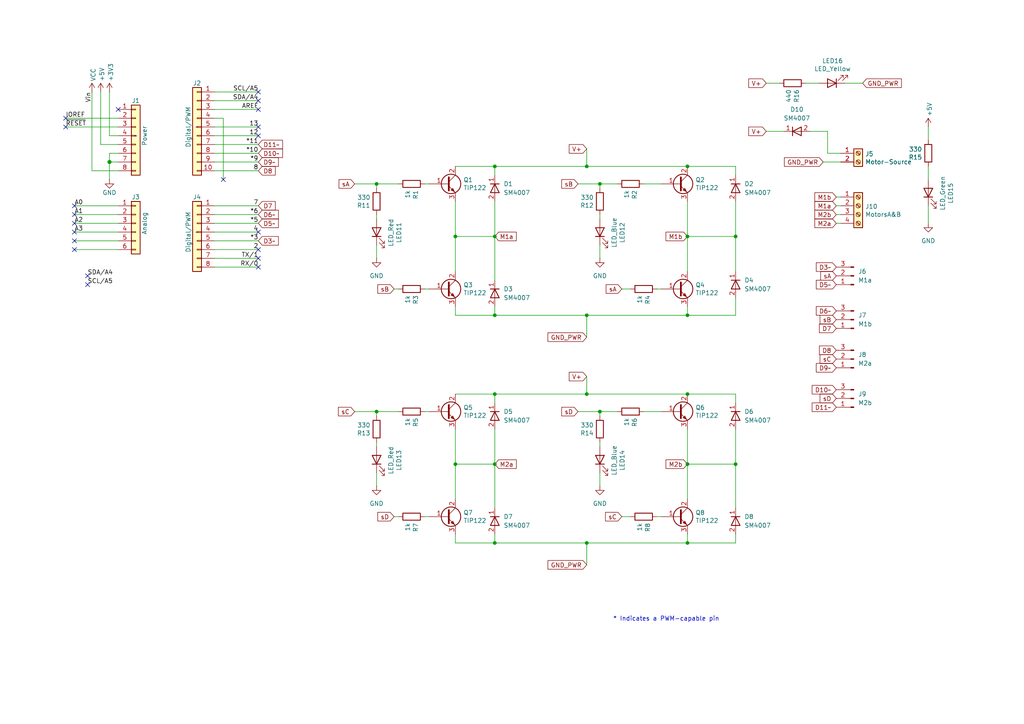
<source format=kicad_sch>
(kicad_sch (version 20250114) (generator "eeschema") (generator_version "9.0")
  (paper "A4")
  (title_block (title "Puente H AlbertoTR") (date "2025-03-14") (rev "3.0"))
  (lib_symbols
    (symbol "Connector:Conn_01x03_Pin" (pin_names (offset 1.016) (hide yes))
      (property "Reference" "J" (at 0 5.08 0))
      (property "Value" "Conn_01x03_Pin" (at 0 -5.08 0))
      (symbol "Conn_01x03_Pin_1_1"
        (pin passive line (at 5.08 2.54 180) (length 3.81) (name "Pin_1") (number "1"))
        (pin passive line (at 5.08 0 180) (length 3.81) (name "Pin_2") (number "2"))
        (pin passive line (at 5.08 -2.54 180) (length 3.81) (name "Pin_3") (number "3"))
      )
    )
    (symbol "Connector:Screw_Terminal_01x02" (pin_names (offset 1.016) (hide yes))
      (property "Reference" "J" (at 0 2.54 0))
      (property "Value" "Screw_Terminal_01x02" (at 0 -5.08 0))
      (symbol "Screw_Terminal_01x02_1_1"
        (pin passive line (at -5.08 0 0) (length 3.81) (name "Pin_1") (number "1"))
        (pin passive line (at -5.08 -2.54 0) (length 3.81) (name "Pin_2") (number "2"))
      )
    )
    (symbol "Connector:Screw_Terminal_01x04" (pin_names (offset 1.016) (hide yes))
      (property "Reference" "J" (at 0 5.08 0))
      (property "Value" "Screw_Terminal_01x04" (at 0 -7.62 0))
      (symbol "Screw_Terminal_01x04_1_1"
        (pin passive line (at -5.08 2.54 0) (length 3.81) (name "Pin_1") (number "1"))
        (pin passive line (at -5.08 0 0) (length 3.81) (name "Pin_2") (number "2"))
        (pin passive line (at -5.08 -2.54 0) (length 3.81) (name "Pin_3") (number "3"))
        (pin passive line (at -5.08 -5.08 0) (length 3.81) (name "Pin_4") (number "4"))
      )
    )
    (symbol "Connector_Generic:Conn_01x06" (pin_names (offset 1.016) (hide yes))
      (property "Reference" "J" (at 0 7.62 0))
      (property "Value" "Conn_01x06" (at 0 -10.16 0))
      (symbol "Conn_01x06_1_1"
        (pin passive line (at -5.08 5.08 0) (length 3.81) (name "Pin_1") (number "1"))
        (pin passive line (at -5.08 2.54 0) (length 3.81) (name "Pin_2") (number "2"))
        (pin passive line (at -5.08 0 0) (length 3.81) (name "Pin_3") (number "3"))
        (pin passive line (at -5.08 -2.54 0) (length 3.81) (name "Pin_4") (number "4"))
        (pin passive line (at -5.08 -5.08 0) (length 3.81) (name "Pin_5") (number "5"))
        (pin passive line (at -5.08 -7.62 0) (length 3.81) (name "Pin_6") (number "6"))
      )
    )
    (symbol "Connector_Generic:Conn_01x08" (pin_names (offset 1.016) (hide yes))
      (property "Reference" "J" (at 0 10.16 0))
      (property "Value" "Conn_01x08" (at 0 -12.7 0))
      (symbol "Conn_01x08_1_1"
        (pin passive line (at -5.08 7.62 0) (length 3.81) (name "Pin_1") (number "1"))
        (pin passive line (at -5.08 5.08 0) (length 3.81) (name "Pin_2") (number "2"))
        (pin passive line (at -5.08 2.54 0) (length 3.81) (name "Pin_3") (number "3"))
        (pin passive line (at -5.08 0 0) (length 3.81) (name "Pin_4") (number "4"))
        (pin passive line (at -5.08 -2.54 0) (length 3.81) (name "Pin_5") (number "5"))
        (pin passive line (at -5.08 -5.08 0) (length 3.81) (name "Pin_6") (number "6"))
        (pin passive line (at -5.08 -7.62 0) (length 3.81) (name "Pin_7") (number "7"))
        (pin passive line (at -5.08 -10.16 0) (length 3.81) (name "Pin_8") (number "8"))
      )
    )
    (symbol "Connector_Generic:Conn_01x10" (pin_names (offset 1.016) (hide yes))
      (property "Reference" "J" (at 0 12.7 0))
      (property "Value" "Conn_01x10" (at 0 -15.24 0))
      (symbol "Conn_01x10_1_1"
        (pin passive line (at -5.08 10.16 0) (length 3.81) (name "Pin_1") (number "1"))
        (pin passive line (at -5.08 7.62 0) (length 3.81) (name "Pin_2") (number "2"))
        (pin passive line (at -5.08 5.08 0) (length 3.81) (name "Pin_3") (number "3"))
        (pin passive line (at -5.08 2.54 0) (length 3.81) (name "Pin_4") (number "4"))
        (pin passive line (at -5.08 0 0) (length 3.81) (name "Pin_5") (number "5"))
        (pin passive line (at -5.08 -2.54 0) (length 3.81) (name "Pin_6") (number "6"))
        (pin passive line (at -5.08 -5.08 0) (length 3.81) (name "Pin_7") (number "7"))
        (pin passive line (at -5.08 -7.62 0) (length 3.81) (name "Pin_8") (number "8"))
        (pin passive line (at -5.08 -10.16 0) (length 3.81) (name "Pin_9") (number "9"))
        (pin passive line (at -5.08 -12.7 0) (length 3.81) (name "Pin_10") (number "10"))
      )
    )
    (symbol "Device:LED" (pin_numbers (hide yes)) (pin_names (offset 1.016) (hide yes))
      (property "Reference" "D" (at 0 2.54 0))
      (property "Value" "LED" (at 0 -2.54 0))
      (symbol "LED_1_1"
        (pin passive line (at -3.81 0 0) (length 2.54) (name "K") (number "1"))
        (pin passive line (at 3.81 0 180) (length 2.54) (name "A") (number "2"))
      )
    )
    (symbol "Device:R" (pin_numbers (hide yes)) (pin_names (offset 0))
      (property "Reference" "R" (at 2.032 0 90))
      (property "Value" "R" (at 0 0 90))
      (symbol "R_1_1"
        (pin passive line (at 0 3.81 270) (length 1.27) (name "~") (number "1"))
        (pin passive line (at 0 -3.81 90) (length 1.27) (name "~") (number "2"))
      )
    )
    (symbol "Diode:SM4007" (pin_names (hide yes))
      (property "Reference" "D" (at 0 2.54 0))
      (property "Value" "SM4007" (at 0 -2.54 0))
      (symbol "SM4007_1_1"
        (pin passive line (at -3.81 0 0) (length 2.54) (name "K") (number "1"))
        (pin passive line (at 3.81 0 180) (length 2.54) (name "A") (number "2"))
      )
    )
    (symbol "GND_1" (power) (pin_numbers (hide yes)) (pin_names (offset 0) (hide yes))
      (property "Value" "GND" (at 0 -3.81 0))
      (symbol "GND_1_1_1"
        (pin power_in line (at 0 0 270) (length 0) (name "~") (number "1"))
      )
    )
    (symbol "GND_2" (power) (pin_numbers (hide yes)) (pin_names (offset 0) (hide yes))
      (property "Value" "GND" (at 0 -3.81 0))
      (symbol "GND_2_1_1"
        (pin power_in line (at 0 0 270) (length 0) (name "~") (number "1"))
      )
    )
    (symbol "LED_1" (pin_numbers (hide yes)) (pin_names (offset 1.016) (hide yes))
      (property "Reference" "D" (at 0 2.54 0))
      (property "Value" "LED" (at 0 -2.54 0))
      (symbol "LED_1_1_1"
        (pin passive line (at -3.81 0 0) (length 2.54) (name "K") (number "1"))
        (pin passive line (at 3.81 0 180) (length 2.54) (name "A") (number "2"))
      )
    )
    (symbol "LED_2" (pin_numbers (hide yes)) (pin_names (offset 1.016) (hide yes))
      (property "Reference" "D" (at 0 2.54 0))
      (property "Value" "LED" (at 0 -2.54 0))
      (symbol "LED_2_1_1"
        (pin passive line (at -3.81 0 0) (length 2.54) (name "K") (number "1"))
        (pin passive line (at 3.81 0 180) (length 2.54) (name "A") (number "2"))
      )
    )
    (symbol "LED_3" (pin_numbers (hide yes)) (pin_names (offset 1.016) (hide yes))
      (property "Reference" "D" (at 0 2.54 0))
      (property "Value" "LED" (at 0 -2.54 0))
      (symbol "LED_3_1_1"
        (pin passive line (at -3.81 0 0) (length 2.54) (name "K") (number "1"))
        (pin passive line (at 3.81 0 180) (length 2.54) (name "A") (number "2"))
      )
    )
    (symbol "LED_4" (pin_numbers (hide yes)) (pin_names (offset 1.016) (hide yes))
      (property "Reference" "D" (at 0 2.54 0))
      (property "Value" "LED" (at 0 -2.54 0))
      (symbol "LED_4_1_1"
        (pin passive line (at -3.81 0 0) (length 2.54) (name "K") (number "1"))
        (pin passive line (at 3.81 0 180) (length 2.54) (name "A") (number "2"))
      )
    )
    (symbol "LED_5" (pin_numbers (hide yes)) (pin_names (offset 1.016) (hide yes))
      (property "Reference" "D" (at 0 2.54 0))
      (property "Value" "LED" (at 0 -2.54 0))
      (symbol "LED_5_1_1"
        (pin passive line (at -3.81 0 0) (length 2.54) (name "K") (number "1"))
        (pin passive line (at 3.81 0 180) (length 2.54) (name "A") (number "2"))
      )
    )
    (symbol "TIP41C_1" (pin_names (offset 0) (hide yes))
      (property "Reference" "Q" (at 6.35 1.905 0))
      (property "Value" "TIP41C" (at 6.35 0 0))
      (symbol "TIP41C_1_1_1"
        (pin input line (at -5.08 0 0) (length 5.715) (name "B") (number "1"))
        (pin passive line (at 2.54 5.08 270) (length 2.54) (name "C") (number "2"))
        (pin passive line (at 2.54 -5.08 90) (length 2.54) (name "E") (number "3"))
      )
    )
    (symbol "TIP41C_2" (pin_names (offset 0) (hide yes))
      (property "Reference" "Q" (at 6.35 1.905 0))
      (property "Value" "TIP41C" (at 6.35 0 0))
      (symbol "TIP41C_2_1_1"
        (pin input line (at -5.08 0 0) (length 5.715) (name "B") (number "1"))
        (pin passive line (at 2.54 5.08 270) (length 2.54) (name "C") (number "2"))
        (pin passive line (at 2.54 -5.08 90) (length 2.54) (name "E") (number "3"))
      )
    )
    (symbol "TIP41C_3" (pin_names (offset 0) (hide yes))
      (property "Reference" "Q" (at 6.35 1.905 0))
      (property "Value" "TIP41C" (at 6.35 0 0))
      (symbol "TIP41C_3_1_1"
        (pin input line (at -5.08 0 0) (length 5.715) (name "B") (number "1"))
        (pin passive line (at 2.54 5.08 270) (length 2.54) (name "C") (number "2"))
        (pin passive line (at 2.54 -5.08 90) (length 2.54) (name "E") (number "3"))
      )
    )
    (symbol "TIP41C_4" (pin_names (offset 0) (hide yes))
      (property "Reference" "Q" (at 6.35 1.905 0))
      (property "Value" "TIP41C" (at 6.35 0 0))
      (symbol "TIP41C_4_1_1"
        (pin input line (at -5.08 0 0) (length 5.715) (name "B") (number "1"))
        (pin passive line (at 2.54 5.08 270) (length 2.54) (name "C") (number "2"))
        (pin passive line (at 2.54 -5.08 90) (length 2.54) (name "E") (number "3"))
      )
    )
    (symbol "TIP41C_5" (pin_names (offset 0) (hide yes))
      (property "Reference" "Q" (at 6.35 1.905 0))
      (property "Value" "TIP41C" (at 6.35 0 0))
      (symbol "TIP41C_5_1_1"
        (pin input line (at -5.08 0 0) (length 5.715) (name "B") (number "1"))
        (pin passive line (at 2.54 5.08 270) (length 2.54) (name "C") (number "2"))
        (pin passive line (at 2.54 -5.08 90) (length 2.54) (name "E") (number "3"))
      )
    )
    (symbol "TIP41C_6" (pin_names (offset 0) (hide yes))
      (property "Reference" "Q" (at 6.35 1.905 0))
      (property "Value" "TIP41C" (at 6.35 0 0))
      (symbol "TIP41C_6_1_1"
        (pin input line (at -5.08 0 0) (length 5.715) (name "B") (number "1"))
        (pin passive line (at 2.54 5.08 270) (length 2.54) (name "C") (number "2"))
        (pin passive line (at 2.54 -5.08 90) (length 2.54) (name "E") (number "3"))
      )
    )
    (symbol "TIP41C_7" (pin_names (offset 0) (hide yes))
      (property "Reference" "Q" (at 6.35 1.905 0))
      (property "Value" "TIP41C" (at 6.35 0 0))
      (symbol "TIP41C_7_1_1"
        (pin input line (at -5.08 0 0) (length 5.715) (name "B") (number "1"))
        (pin passive line (at 2.54 5.08 270) (length 2.54) (name "C") (number "2"))
        (pin passive line (at 2.54 -5.08 90) (length 2.54) (name "E") (number "3"))
      )
    )
    (symbol "Transistor_BJT:TIP41C" (pin_names (offset 0) (hide yes))
      (property "Reference" "Q" (at 6.35 1.905 0))
      (property "Value" "TIP41C" (at 6.35 0 0))
      (symbol "TIP41C_1_1"
        (pin input line (at -5.08 0 0) (length 5.715) (name "B") (number "1"))
        (pin passive line (at 2.54 5.08 270) (length 2.54) (name "C") (number "2"))
        (pin passive line (at 2.54 -5.08 90) (length 2.54) (name "E") (number "3"))
      )
    )
    (symbol "power:+3V3" (power) (pin_numbers (hide yes)) (pin_names (offset 0) (hide yes))
      (property "Value" "+3V3" (at 0 3.556 0))
      (symbol "+3V3_1_1"
        (pin power_in line (at 0 0 90) (length 0) (name "~") (number "1"))
      )
    )
    (symbol "power:+5V" (power) (pin_numbers (hide yes)) (pin_names (offset 0) (hide yes))
      (property "Value" "+5V" (at 0 3.556 0))
      (symbol "+5V_1_1"
        (pin power_in line (at 0 0 90) (length 0) (name "~") (number "1"))
      )
    )
    (symbol "power:GND" (power) (pin_numbers (hide yes)) (pin_names (offset 0) (hide yes))
      (property "Value" "GND" (at 0 -3.81 0))
      (symbol "GND_1_1"
        (pin power_in line (at 0 0 270) (length 0) (name "~") (number "1"))
      )
    )
    (symbol "power:VCC" (power) (pin_numbers (hide yes)) (pin_names (offset 0) (hide yes))
      (property "Value" "VCC" (at 0 3.556 0))
      (symbol "VCC_1_1"
        (pin power_in line (at 0 0 90) (length 0) (name "~") (number "1"))
      )
    )
  )
  (text "* Indicates a PWM-capable pin" (at 177.8 180.34 0) (effects (font (size 1.27 1.27)) (justify left bottom)))
  (junction (at 199.39 91.44))
  (junction (at 170.18 114.3))
  (junction (at 143.51 134.62))
  (junction (at 109.22 119.38))
  (junction (at 109.22 53.34))
  (junction (at 170.18 157.48))
  (junction (at 199.39 48.26))
  (junction (at 173.99 53.34))
  (junction (at 143.51 68.58))
  (junction (at 31.75 46.99) (diameter 1.016))
  (junction (at 143.51 91.44))
  (junction (at 132.08 68.58))
  (junction (at 213.36 68.58))
  (junction (at 213.36 134.62))
  (junction (at 199.39 68.58))
  (junction (at 143.51 114.3))
  (junction (at 170.18 91.44))
  (junction (at 170.18 48.26))
  (junction (at 199.39 114.3))
  (junction (at 199.39 157.48))
  (junction (at 143.51 157.48))
  (junction (at 173.99 119.38))
  (junction (at 132.08 134.62))
  (junction (at 143.51 48.26))
  (junction (at 199.39 134.62))
  (no_connect (at 74.93 26.67))
  (no_connect (at 74.93 72.39))
  (no_connect (at 74.93 39.37))
  (no_connect (at 25.4 82.55))
  (no_connect (at 74.93 67.31))
  (no_connect (at 21.59 72.39))
  (no_connect (at 74.93 31.75))
  (no_connect (at 21.59 62.23))
  (no_connect (at 74.93 77.47))
  (no_connect (at 74.93 74.93))
  (no_connect (at 64.77 52.07))
  (no_connect (at 25.4 80.01))
  (no_connect (at 21.59 67.31))
  (no_connect (at 21.59 64.77))
  (no_connect (at 74.93 29.21))
  (no_connect (at 21.59 59.69))
  (no_connect (at 21.59 69.85))
  (no_connect (at 34.29 31.75))
  (no_connect (at 19.05 34.29))
  (no_connect (at 74.93 36.83))
  (no_connect (at 19.05 36.83))
  (wire (pts (xy 62.23 77.47) (xy 74.93 77.47)))
  (wire (pts (xy 190.5 83.82) (xy 191.77 83.82)))
  (wire (pts (xy 199.39 154.94) (xy 199.39 157.48)))
  (wire (pts (xy 173.99 63.5) (xy 173.99 62.23)))
  (wire (pts (xy 132.08 68.58) (xy 132.08 78.74)))
  (wire (pts (xy 62.23 44.45) (xy 74.93 44.45)))
  (wire (pts (xy 191.77 119.38) (xy 186.69 119.38)))
  (wire (pts (xy 269.24 59.69) (xy 269.24 64.77)))
  (wire (pts (xy 132.08 58.42) (xy 132.08 68.58)))
  (wire (pts (xy 62.23 26.67) (xy 74.93 26.67)))
  (wire (pts (xy 132.08 124.46) (xy 132.08 134.62)))
  (wire (pts (xy 31.75 44.45) (xy 31.75 46.99)))
  (wire (pts (xy 173.99 54.61) (xy 173.99 53.34)))
  (wire (pts (xy 213.36 68.58) (xy 213.36 58.42)))
  (wire (pts (xy 245.11 24.13) (xy 250.19 24.13)))
  (wire (pts (xy 21.59 72.39) (xy 34.29 72.39)))
  (wire (pts (xy 222.25 24.13) (xy 226.06 24.13)))
  (wire (pts (xy 269.24 48.26) (xy 269.24 52.07)))
  (wire (pts (xy 190.5 149.86) (xy 191.77 149.86)))
  (wire (pts (xy 199.39 48.26) (xy 213.36 48.26)))
  (wire (pts (xy 233.68 24.13) (xy 237.49 24.13)))
  (wire (pts (xy 143.51 68.58) (xy 132.08 68.58)))
  (wire (pts (xy 31.75 46.99) (xy 31.75 52.07)))
  (wire (pts (xy 199.39 134.62) (xy 199.39 144.78)))
  (wire (pts (xy 109.22 71.12) (xy 109.22 74.93)))
  (wire (pts (xy 102.87 53.34) (xy 109.22 53.34)))
  (wire (pts (xy 143.51 88.9) (xy 143.51 91.44)))
  (wire (pts (xy 213.36 134.62) (xy 213.36 147.32)))
  (wire (pts (xy 143.51 50.8) (xy 143.51 48.26)))
  (wire (pts (xy 31.75 39.37) (xy 34.29 39.37)))
  (wire (pts (xy 29.21 41.91) (xy 34.29 41.91)))
  (wire (pts (xy 29.21 26.67) (xy 29.21 41.91)))
  (wire (pts (xy 182.88 149.86) (xy 180.34 149.86)))
  (wire (pts (xy 173.99 120.65) (xy 173.99 119.38)))
  (wire (pts (xy 109.22 54.61) (xy 109.22 53.34)))
  (wire (pts (xy 62.23 36.83) (xy 74.93 36.83)))
  (wire (pts (xy 132.08 88.9) (xy 132.08 91.44)))
  (wire (pts (xy 31.75 26.67) (xy 31.75 39.37)))
  (wire (pts (xy 62.23 59.69) (xy 74.93 59.69)))
  (wire (pts (xy 34.29 59.69) (xy 21.59 59.69)))
  (wire (pts (xy 62.23 39.37) (xy 74.93 39.37)))
  (wire (pts (xy 62.23 62.23) (xy 74.93 62.23)))
  (wire (pts (xy 199.39 124.46) (xy 199.39 134.62)))
  (wire (pts (xy 243.84 44.45) (xy 240.03 44.45)))
  (wire (pts (xy 199.39 157.48) (xy 213.36 157.48)))
  (wire (pts (xy 173.99 129.54) (xy 173.99 128.27)))
  (wire (pts (xy 132.08 134.62) (xy 132.08 144.78)))
  (wire (pts (xy 143.51 134.62) (xy 132.08 134.62)))
  (wire (pts (xy 123.19 53.34) (xy 124.46 53.34)))
  (wire (pts (xy 170.18 43.18) (xy 170.18 48.26)))
  (wire (pts (xy 143.51 48.26) (xy 170.18 48.26)))
  (wire (pts (xy 132.08 91.44) (xy 143.51 91.44)))
  (wire (pts (xy 269.24 36.83) (xy 269.24 40.64)))
  (wire (pts (xy 191.77 53.34) (xy 186.69 53.34)))
  (wire (pts (xy 242.57 57.15) (xy 243.84 57.15)))
  (wire (pts (xy 170.18 157.48) (xy 170.18 163.83)))
  (wire (pts (xy 62.23 46.99) (xy 74.93 46.99)))
  (wire (pts (xy 213.36 86.36) (xy 213.36 91.44)))
  (wire (pts (xy 199.39 68.58) (xy 199.39 78.74)))
  (wire (pts (xy 182.88 83.82) (xy 180.34 83.82)))
  (wire (pts (xy 213.36 134.62) (xy 213.36 124.46)))
  (wire (pts (xy 62.23 67.31) (xy 74.93 67.31)))
  (wire (pts (xy 170.18 157.48) (xy 199.39 157.48)))
  (wire (pts (xy 143.51 124.46) (xy 143.51 134.62)))
  (wire (pts (xy 132.08 154.94) (xy 132.08 157.48)))
  (wire (pts (xy 173.99 71.12) (xy 173.99 74.93)))
  (wire (pts (xy 132.08 48.26) (xy 143.51 48.26)))
  (wire (pts (xy 170.18 114.3) (xy 199.39 114.3)))
  (wire (pts (xy 19.05 34.29) (xy 34.29 34.29)))
  (wire (pts (xy 243.84 64.77) (xy 242.57 64.77)))
  (wire (pts (xy 173.99 137.16) (xy 173.99 140.97)))
  (wire (pts (xy 109.22 119.38) (xy 115.57 119.38)))
  (wire (pts (xy 143.51 116.84) (xy 143.51 114.3)))
  (wire (pts (xy 240.03 44.45) (xy 240.03 38.1)))
  (wire (pts (xy 243.84 62.23) (xy 242.57 62.23)))
  (wire (pts (xy 238.76 46.99) (xy 243.84 46.99)))
  (wire (pts (xy 109.22 129.54) (xy 109.22 128.27)))
  (wire (pts (xy 64.77 34.29) (xy 64.77 52.07)))
  (wire (pts (xy 143.51 114.3) (xy 170.18 114.3)))
  (wire (pts (xy 199.39 88.9) (xy 199.39 91.44)))
  (wire (pts (xy 109.22 63.5) (xy 109.22 62.23)))
  (wire (pts (xy 199.39 114.3) (xy 213.36 114.3)))
  (wire (pts (xy 109.22 137.16) (xy 109.22 140.97)))
  (wire (pts (xy 62.23 31.75) (xy 74.93 31.75)))
  (wire (pts (xy 170.18 91.44) (xy 170.18 97.79)))
  (wire (pts (xy 143.51 68.58) (xy 143.51 81.28)))
  (wire (pts (xy 34.29 64.77) (xy 21.59 64.77)))
  (wire (pts (xy 19.05 36.83) (xy 34.29 36.83)))
  (wire (pts (xy 242.57 59.69) (xy 243.84 59.69)))
  (wire (pts (xy 34.29 46.99) (xy 31.75 46.99)))
  (wire (pts (xy 123.19 119.38) (xy 124.46 119.38)))
  (wire (pts (xy 234.95 38.1) (xy 240.03 38.1)))
  (wire (pts (xy 109.22 53.34) (xy 115.57 53.34)))
  (wire (pts (xy 115.57 83.82) (xy 114.3 83.82)))
  (wire (pts (xy 213.36 116.84) (xy 213.36 114.3)))
  (wire (pts (xy 34.29 49.53) (xy 26.67 49.53)))
  (wire (pts (xy 199.39 58.42) (xy 199.39 68.58)))
  (wire (pts (xy 21.59 62.23) (xy 34.29 62.23)))
  (wire (pts (xy 115.57 149.86) (xy 114.3 149.86)))
  (wire (pts (xy 222.25 38.1) (xy 227.33 38.1)))
  (wire (pts (xy 170.18 48.26) (xy 199.39 48.26)))
  (wire (pts (xy 124.46 149.86) (xy 123.19 149.86)))
  (wire (pts (xy 62.23 34.29) (xy 64.77 34.29)))
  (wire (pts (xy 173.99 119.38) (xy 179.07 119.38)))
  (wire (pts (xy 199.39 91.44) (xy 213.36 91.44)))
  (wire (pts (xy 34.29 44.45) (xy 31.75 44.45)))
  (wire (pts (xy 109.22 120.65) (xy 109.22 119.38)))
  (wire (pts (xy 132.08 157.48) (xy 143.51 157.48)))
  (wire (pts (xy 62.23 41.91) (xy 74.93 41.91)))
  (wire (pts (xy 143.51 91.44) (xy 170.18 91.44)))
  (wire (pts (xy 170.18 91.44) (xy 199.39 91.44)))
  (wire (pts (xy 132.08 114.3) (xy 143.51 114.3)))
  (wire (pts (xy 143.51 157.48) (xy 170.18 157.48)))
  (wire (pts (xy 199.39 134.62) (xy 213.36 134.62)))
  (wire (pts (xy 62.23 64.77) (xy 74.93 64.77)))
  (wire (pts (xy 21.59 67.31) (xy 34.29 67.31)))
  (wire (pts (xy 102.87 119.38) (xy 109.22 119.38)))
  (wire (pts (xy 143.51 58.42) (xy 143.51 68.58)))
  (wire (pts (xy 167.64 119.38) (xy 173.99 119.38)))
  (wire (pts (xy 173.99 53.34) (xy 179.07 53.34)))
  (wire (pts (xy 62.23 29.21) (xy 74.93 29.21)))
  (wire (pts (xy 62.23 72.39) (xy 74.93 72.39)))
  (wire (pts (xy 213.36 50.8) (xy 213.36 48.26)))
  (wire (pts (xy 62.23 69.85) (xy 74.93 69.85)))
  (wire (pts (xy 213.36 154.94) (xy 213.36 157.48)))
  (wire (pts (xy 143.51 154.94) (xy 143.51 157.48)))
  (wire (pts (xy 143.51 134.62) (xy 143.51 147.32)))
  (wire (pts (xy 167.64 53.34) (xy 173.99 53.34)))
  (wire (pts (xy 199.39 68.58) (xy 213.36 68.58)))
  (wire (pts (xy 124.46 83.82) (xy 123.19 83.82)))
  (wire (pts (xy 170.18 109.22) (xy 170.18 114.3)))
  (wire (pts (xy 62.23 74.93) (xy 74.93 74.93)))
  (wire (pts (xy 26.67 49.53) (xy 26.67 26.67)))
  (wire (pts (xy 213.36 78.74) (xy 213.36 68.58)))
  (wire (pts (xy 34.29 69.85) (xy 21.59 69.85)))
  (wire (pts (xy 62.23 49.53) (xy 74.93 49.53)))
  (label "RX{slash}0" (at 74.93 77.47 180))
  (label "A2" (at 21.59 64.77 0))
  (label "4" (at 74.93 67.31 180))
  (label "2" (at 74.93 72.39 180))
  (label "A3" (at 21.59 67.31 0))
  (label "13" (at 74.93 36.83 180))
  (label "12" (at 74.93 39.37 180))
  (label "~{RESET}" (at 19.05 36.83 0))
  (label "*10" (at 74.93 44.45 180))
  (label "7" (at 74.93 59.69 180))
  (label "SDA{slash}A4" (at 74.93 29.21 180))
  (label "8" (at 74.93 49.53 180))
  (label "*11" (at 74.93 41.91 180))
  (label "*3" (at 74.93 69.85 180))
  (label "A1" (at 21.59 62.23 0))
  (label "TX{slash}1" (at 74.93 74.93 180))
  (label "A0" (at 21.59 59.69 0))
  (label "AREF" (at 74.93 31.75 180))
  (label "Vin" (at 26.67 26.67 270))
  (label "*6" (at 74.93 62.23 180))
  (label "SCL{slash}A5" (at 74.93 26.67 180))
  (label "*9" (at 74.93 46.99 180))
  (label "*5" (at 74.93 64.77 180))
  (label "IOREF" (at 19.05 34.29 0))
  (label "SDA{slash}A4" (at 25.4 80.01 0))
  (label "SCL{slash}A5" (at 25.4 82.55 0))
  (global_label "D11~" (shape input) (at 242.57 118.11 180) (property "Intersheetrefs" "${INTERSHEET_REFS}" (effects (hide yes))))
  (global_label "D7" (shape input) (at 74.93 59.69 0) (property "Intersheetrefs" "${INTERSHEET_REFS}" (effects (hide yes))))
  (global_label "sB" (shape input) (at 242.57 92.71 180) (property "Intersheetrefs" "${INTERSHEET_REFS}" (effects (hide yes))))
  (global_label "GND_PWR" (shape input) (at 250.19 24.13 0) (property "Intersheetrefs" "${INTERSHEET_REFS}" (effects (hide yes))))
  (global_label "sA" (shape input) (at 180.34 83.82 180) (property "Intersheetrefs" "${INTERSHEET_REFS}" (effects (hide yes))))
  (global_label "D11~" (shape input) (at 74.93 41.91 0) (property "Intersheetrefs" "${INTERSHEET_REFS}" (effects (hide yes))))
  (global_label "D6~" (shape input) (at 74.93 62.23 0) (property "Intersheetrefs" "${INTERSHEET_REFS}" (effects (hide yes))))
  (global_label "M2b" (shape input) (at 242.57 62.23 180) (property "Intersheetrefs" "${INTERSHEET_REFS}" (effects (hide yes))))
  (global_label "M1b" (shape input) (at 242.57 57.15 180) (property "Intersheetrefs" "${INTERSHEET_REFS}" (effects (hide yes))))
  (global_label "D9~" (shape input) (at 242.57 106.68 180) (property "Intersheetrefs" "${INTERSHEET_REFS}" (effects (hide yes))))
  (global_label "D5~" (shape input) (at 74.93 64.77 0) (property "Intersheetrefs" "${INTERSHEET_REFS}" (effects (hide yes))))
  (global_label "M2a" (shape input) (at 143.51 134.62 0) (property "Intersheetrefs" "${INTERSHEET_REFS}" (effects (hide yes))))
  (global_label "sB" (shape input) (at 114.3 83.82 180) (property "Intersheetrefs" "${INTERSHEET_REFS}" (effects (hide yes))))
  (global_label "sC" (shape input) (at 102.87 119.38 180) (property "Intersheetrefs" "${INTERSHEET_REFS}" (effects (hide yes))))
  (global_label "M2a" (shape input) (at 242.57 64.77 180) (property "Intersheetrefs" "${INTERSHEET_REFS}" (effects (hide yes))))
  (global_label "D8" (shape input) (at 242.57 101.6 180) (property "Intersheetrefs" "${INTERSHEET_REFS}" (effects (hide yes))))
  (global_label "M1a" (shape input) (at 143.51 68.58 0) (property "Intersheetrefs" "${INTERSHEET_REFS}" (effects (hide yes))))
  (global_label "sD" (shape input) (at 167.64 119.38 180) (property "Intersheetrefs" "${INTERSHEET_REFS}" (effects (hide yes))))
  (global_label "D10~" (shape input) (at 242.57 113.03 180) (property "Intersheetrefs" "${INTERSHEET_REFS}" (effects (hide yes))))
  (global_label "D5~" (shape input) (at 242.57 82.55 180) (property "Intersheetrefs" "${INTERSHEET_REFS}" (effects (hide yes))))
  (global_label "V+" (shape input) (at 222.25 38.1 180) (property "Intersheetrefs" "${INTERSHEET_REFS}" (effects (hide yes))))
  (global_label "D3~" (shape input) (at 242.57 77.47 180) (property "Intersheetrefs" "${INTERSHEET_REFS}" (effects (hide yes))))
  (global_label "sD" (shape input) (at 114.3 149.86 180) (property "Intersheetrefs" "${INTERSHEET_REFS}" (effects (hide yes))))
  (global_label "sC" (shape input) (at 242.57 104.14 180) (property "Intersheetrefs" "${INTERSHEET_REFS}" (effects (hide yes))))
  (global_label "sA" (shape input) (at 242.57 80.01 180) (property "Intersheetrefs" "${INTERSHEET_REFS}" (effects (hide yes))))
  (global_label "D6~" (shape input) (at 242.57 90.17 180) (property "Intersheetrefs" "${INTERSHEET_REFS}" (effects (hide yes))))
  (global_label "M1a" (shape input) (at 242.57 59.69 180) (property "Intersheetrefs" "${INTERSHEET_REFS}" (effects (hide yes))))
  (global_label "GND_PWR" (shape input) (at 170.18 97.79 180) (property "Intersheetrefs" "${INTERSHEET_REFS}" (effects (hide yes))))
  (global_label "sB" (shape input) (at 167.64 53.34 180) (property "Intersheetrefs" "${INTERSHEET_REFS}" (effects (hide yes))))
  (global_label "GND_PWR" (shape input) (at 238.76 46.99 180) (property "Intersheetrefs" "${INTERSHEET_REFS}" (effects (hide yes))))
  (global_label "M1b" (shape input) (at 199.39 68.58 180) (property "Intersheetrefs" "${INTERSHEET_REFS}" (effects (hide yes))))
  (global_label "sC" (shape input) (at 180.34 149.86 180) (property "Intersheetrefs" "${INTERSHEET_REFS}" (effects (hide yes))))
  (global_label "M2b" (shape input) (at 199.39 134.62 180) (property "Intersheetrefs" "${INTERSHEET_REFS}" (effects (hide yes))))
  (global_label "D7" (shape input) (at 242.57 95.25 180) (property "Intersheetrefs" "${INTERSHEET_REFS}" (effects (hide yes))))
  (global_label "V+" (shape input) (at 222.25 24.13 180) (property "Intersheetrefs" "${INTERSHEET_REFS}" (effects (hide yes))))
  (global_label "D9~" (shape input) (at 74.93 46.99 0) (property "Intersheetrefs" "${INTERSHEET_REFS}" (effects (hide yes))))
  (global_label "sD" (shape input) (at 242.57 115.57 180) (property "Intersheetrefs" "${INTERSHEET_REFS}" (effects (hide yes))))
  (global_label "V+" (shape input) (at 170.18 43.18 180) (property "Intersheetrefs" "${INTERSHEET_REFS}" (effects (hide yes))))
  (global_label "D10~" (shape input) (at 74.93 44.45 0) (property "Intersheetrefs" "${INTERSHEET_REFS}" (effects (hide yes))))
  (global_label "sA" (shape input) (at 102.87 53.34 180) (property "Intersheetrefs" "${INTERSHEET_REFS}" (effects (hide yes))))
  (global_label "D8" (shape input) (at 74.93 49.53 0) (property "Intersheetrefs" "${INTERSHEET_REFS}" (effects (hide yes))))
  (global_label "GND_PWR" (shape input) (at 170.18 163.83 180) (property "Intersheetrefs" "${INTERSHEET_REFS}" (effects (hide yes))))
  (global_label "D3~" (shape input) (at 74.93 69.85 0) (property "Intersheetrefs" "${INTERSHEET_REFS}" (effects (hide yes))))
  (global_label "V+" (shape input) (at 170.18 109.22 180) (property "Intersheetrefs" "${INTERSHEET_REFS}" (effects (hide yes))))
  (symbol (lib_id "Connector_Generic:Conn_01x08") (at 39.37 39.37 0) (unit 1)
    (property "Reference" "J1" (at 39.37 29.21 0))
    (property "Value" "Power" (at 41.91 39.37 90))
    (property "Footprint" "Connector_PinSocket_2.54mm:PinSocket_1x08_P2.54mm_Vertical" (effects (hide yes)))
    (property "Datasheet" "~" (at 39.37 39.37 0))
    (property "Description" "Generic connector, single row, 01x08, script generated (kicad-library-utils/schlib/autogen/connector/)" (effects (hide yes)))
  )
  (symbol (lib_id "power:+3V3") (at 31.75 26.67 0) (unit 1)
    (property "Reference" "#PWR0103" (effects (hide yes)))
    (property "Value" "+3V3" (at 32.131 23.622 90) (effects (justify left)))
    (property "Description" "Power symbol creates a global label with name \"+3V3\"" (effects (hide yes)))
  )
  (symbol (lib_id "power:+5V") (at 29.21 26.67 0) (unit 1)
    (property "Reference" "#PWR02" (effects (hide yes)))
    (property "Value" "+5V" (at 29.5656 23.622 90) (effects (justify left)))
    (property "Description" "Power symbol creates a global label with name \"+5V\"" (effects (hide yes)))
  )
  (symbol (lib_id "power:GND") (at 31.75 52.07 0) (unit 1)
    (property "Reference" "#PWR01" (effects (hide yes)))
    (property "Value" "GND" (at 31.75 55.88 0))
    (property "Description" "Power symbol creates a global label with name \"GND\" , ground" (effects (hide yes)))
  )
  (symbol (lib_id "Connector_Generic:Conn_01x10") (at 57.15 36.83 0) (mirror y) (unit 1)
    (property "Reference" "J2" (at 57.15 24.13 0))
    (property "Value" "Digital/PWM" (at 54.61 36.83 90))
    (property "Footprint" "Connector_PinSocket_2.54mm:PinSocket_1x10_P2.54mm_Vertical" (effects (hide yes)))
    (property "Datasheet" "~" (at 57.15 36.83 0))
    (property "Description" "Generic connector, single row, 01x10, script generated (kicad-library-utils/schlib/autogen/connector/)" (effects (hide yes)))
  )
  (symbol (lib_id "Connector_Generic:Conn_01x06") (at 39.37 64.77 0) (unit 1)
    (property "Reference" "J3" (at 39.37 57.15 0))
    (property "Value" "Analog" (at 41.91 64.77 90))
    (property "Footprint" "Connector_PinSocket_2.54mm:PinSocket_1x06_P2.54mm_Vertical" (effects (hide yes)))
    (property "Description" "Generic connector, single row, 01x06, script generated (kicad-library-utils/schlib/autogen/connector/)" (effects (hide yes)))
  )
  (symbol (lib_id "Connector_Generic:Conn_01x08") (at 57.15 67.31 0) (mirror y) (unit 1)
    (property "Reference" "J4" (at 57.15 57.15 0))
    (property "Value" "Digital/PWM" (at 54.61 67.31 90))
    (property "Footprint" "Connector_PinSocket_2.54mm:PinSocket_1x08_P2.54mm_Vertical" (effects (hide yes)))
    (property "Datasheet" "~" (at 57.15 67.31 0))
    (property "Description" "Generic connector, single row, 01x08, script generated (kicad-library-utils/schlib/autogen/connector/)" (effects (hide yes)))
  )
  (symbol (lib_name "TIP41C_4") (lib_id "Transistor_BJT:TIP41C") (at 196.85 53.34 0) (unit 1)
    (property "Reference" "Q2" (at 201.7014 52.1716 0) (effects (justify left)))
    (property "Value" "TIP122" (at 201.7014 54.483 0) (effects (justify left)))
    (property "Footprint" "Package_TO_SOT_SMD:TO-252-2" (effects (hide yes)))
    (property "Datasheet" "https://www.centralsemi.com/get_document.php?cmp=1&mergetype=pd&mergepath=pd&pdf_id=tip41.PDF" (effects (hide yes)))
    (property "LCSC Part #" "C59488" (effects (hide yes)))
    (property "Sim.Device" "NPN" (effects (hide yes)))
    (property "Sim.Type" "VBIC" (effects (hide yes)))
    (property "Sim.Pins" "1=B 2=C 3=E" (effects (hide yes)))
  )
  (symbol (lib_name "TIP41C_1") (lib_id "Transistor_BJT:TIP41C") (at 129.54 53.34 0) (unit 1)
    (property "Reference" "Q1" (at 134.3914 52.1716 0) (effects (justify left)))
    (property "Value" "TIP122" (at 134.3914 54.483 0) (effects (justify left)))
    (property "Footprint" "Package_TO_SOT_SMD:TO-252-2" (effects (hide yes)))
    (property "Datasheet" "https://www.centralsemi.com/get_document.php?cmp=1&mergetype=pd&mergepath=pd&pdf_id=tip41.PDF" (effects (hide yes)))
    (property "LCSC Part #" "C59488" (effects (hide yes)))
    (property "Sim.Device" "NPN" (effects (hide yes)))
    (property "Sim.Type" "VBIC" (effects (hide yes)))
    (property "Sim.Pins" "1=B 2=C 3=E" (effects (hide yes)))
  )
  (symbol (lib_name "TIP41C_3") (lib_id "Transistor_BJT:TIP41C") (at 196.85 83.82 0) (unit 1)
    (property "Reference" "Q4" (at 201.7014 82.6516 0) (effects (justify left)))
    (property "Value" "TIP122" (at 201.7014 84.963 0) (effects (justify left)))
    (property "Footprint" "Package_TO_SOT_SMD:TO-252-2" (effects (hide yes)))
    (property "Datasheet" "https://www.centralsemi.com/get_document.php?cmp=1&mergetype=pd&mergepath=pd&pdf_id=tip41.PDF" (effects (hide yes)))
    (property "LCSC Part #" "C59488" (effects (hide yes)))
    (property "Sim.Device" "NPN" (effects (hide yes)))
    (property "Sim.Type" "VBIC" (effects (hide yes)))
    (property "Sim.Pins" "1=B 2=C 3=E" (effects (hide yes)))
  )
  (symbol (lib_name "TIP41C_2") (lib_id "Transistor_BJT:TIP41C") (at 129.54 83.82 0) (unit 1)
    (property "Reference" "Q3" (at 134.3914 82.6516 0) (effects (justify left)))
    (property "Value" "TIP122" (at 134.3914 84.963 0) (effects (justify left)))
    (property "Footprint" "Package_TO_SOT_SMD:TO-252-2" (effects (hide yes)))
    (property "Datasheet" "https://www.centralsemi.com/get_document.php?cmp=1&mergetype=pd&mergepath=pd&pdf_id=tip41.PDF" (effects (hide yes)))
    (property "LCSC Part #" "C59488" (effects (hide yes)))
    (property "Sim.Device" "NPN" (effects (hide yes)))
    (property "Sim.Type" "VBIC" (effects (hide yes)))
    (property "Sim.Pins" "1=B 2=C 3=E" (effects (hide yes)))
  )
  (symbol (lib_id "Device:R") (at 119.38 53.34 270) (unit 1)
    (property "Reference" "R1" (at 120.5484 55.118 0) (effects (justify left)))
    (property "Value" "1k" (at 118.237 55.118 0) (effects (justify left)))
    (property "Footprint" "Resistor_SMD:R_0603_1608Metric_Pad0.98x0.95mm_HandSolder" (effects (hide yes)))
    (property "LCSC Part #" "C21190" (effects (hide yes)))
  )
  (symbol (lib_id "Device:R") (at 109.22 58.42 180) (unit 1)
    (property "Reference" "R11" (at 107.442 59.5884 0) (effects (justify left)))
    (property "Value" "330" (at 107.442 57.277 0) (effects (justify left)))
    (property "Footprint" "Resistor_SMD:R_0603_1608Metric_Pad0.98x0.95mm_HandSolder" (effects (hide yes)))
    (property "LCSC Part #" "C23138" (effects (hide yes)))
  )
  (symbol (lib_id "Device:R") (at 182.88 53.34 270) (unit 1)
    (property "Reference" "R2" (at 184.0484 55.118 0) (effects (justify left)))
    (property "Value" "1k" (at 181.737 55.118 0) (effects (justify left)))
    (property "Footprint" "Resistor_SMD:R_0603_1608Metric_Pad0.98x0.95mm_HandSolder" (effects (hide yes)))
    (property "LCSC Part #" "C21190" (effects (hide yes)))
  )
  (symbol (lib_name "LED_4") (lib_id "Device:LED") (at 173.99 67.31 90) (unit 1)
    (property "Reference" "LED12" (at 180.467 67.4878 0))
    (property "Value" "LED_Blue" (at 178.1556 67.4878 0))
    (property "Footprint" "LED_SMD:LED_0603_1608Metric_Pad1.05x0.95mm_HandSolder" (effects (hide yes)))
    (property "LCSC Part #" "C72041" (effects (hide yes)))
  )
  (symbol (lib_id "Device:R") (at 173.99 58.42 180) (unit 1)
    (property "Reference" "R12" (at 172.212 59.5884 0) (effects (justify left)))
    (property "Value" "330" (at 172.212 57.277 0) (effects (justify left)))
    (property "Footprint" "Resistor_SMD:R_0603_1608Metric_Pad0.98x0.95mm_HandSolder" (effects (hide yes)))
    (property "LCSC Part #" "C23138" (effects (hide yes)))
  )
  (symbol (lib_id "Device:R") (at 119.38 83.82 270) (unit 1)
    (property "Reference" "R3" (at 120.5484 85.598 0) (effects (justify left)))
    (property "Value" "1k" (at 118.237 85.598 0) (effects (justify left)))
    (property "Footprint" "Resistor_SMD:R_0603_1608Metric_Pad0.98x0.95mm_HandSolder" (effects (hide yes)))
    (property "LCSC Part #" "C21190" (effects (hide yes)))
  )
  (symbol (lib_id "Device:R") (at 186.69 83.82 270) (unit 1)
    (property "Reference" "R4" (at 187.8584 85.598 0) (effects (justify left)))
    (property "Value" "1k" (at 185.547 85.598 0) (effects (justify left)))
    (property "Footprint" "Resistor_SMD:R_0603_1608Metric_Pad0.98x0.95mm_HandSolder" (effects (hide yes)))
    (property "LCSC Part #" "C21190" (effects (hide yes)))
  )
  (symbol (lib_name "TIP41C_5") (lib_id "Transistor_BJT:TIP41C") (at 196.85 119.38 0) (unit 1)
    (property "Reference" "Q6" (at 201.7014 118.2116 0) (effects (justify left)))
    (property "Value" "TIP122" (at 201.7014 120.523 0) (effects (justify left)))
    (property "Footprint" "Package_TO_SOT_SMD:TO-252-2" (effects (hide yes)))
    (property "Datasheet" "https://www.centralsemi.com/get_document.php?cmp=1&mergetype=pd&mergepath=pd&pdf_id=tip41.PDF" (effects (hide yes)))
    (property "LCSC Part #" "C59488" (effects (hide yes)))
  )
  (symbol (lib_name "TIP41C_7") (lib_id "Transistor_BJT:TIP41C") (at 129.54 119.38 0) (unit 1)
    (property "Reference" "Q5" (at 134.3914 118.2116 0) (effects (justify left)))
    (property "Value" "TIP122" (at 134.3914 120.523 0) (effects (justify left)))
    (property "Footprint" "Package_TO_SOT_SMD:TO-252-2" (effects (hide yes)))
    (property "Datasheet" "https://www.centralsemi.com/get_document.php?cmp=1&mergetype=pd&mergepath=pd&pdf_id=tip41.PDF" (effects (hide yes)))
    (property "LCSC Part #" "C59488" (effects (hide yes)))
  )
  (symbol (lib_id "Transistor_BJT:TIP41C") (at 196.85 149.86 0) (unit 1)
    (property "Reference" "Q8" (at 201.7014 148.6916 0) (effects (justify left)))
    (property "Value" "TIP122" (at 201.7014 151.003 0) (effects (justify left)))
    (property "Footprint" "Package_TO_SOT_SMD:TO-252-2" (effects (hide yes)))
    (property "Datasheet" "https://www.centralsemi.com/get_document.php?cmp=1&mergetype=pd&mergepath=pd&pdf_id=tip41.PDF" (effects (hide yes)))
    (property "LCSC Part #" "C59488" (effects (hide yes)))
  )
  (symbol (lib_name "TIP41C_6") (lib_id "Transistor_BJT:TIP41C") (at 129.54 149.86 0) (unit 1)
    (property "Reference" "Q7" (at 134.3914 148.6916 0) (effects (justify left)))
    (property "Value" "TIP122" (at 134.3914 151.003 0) (effects (justify left)))
    (property "Footprint" "Package_TO_SOT_SMD:TO-252-2" (effects (hide yes)))
    (property "Datasheet" "https://www.centralsemi.com/get_document.php?cmp=1&mergetype=pd&mergepath=pd&pdf_id=tip41.PDF" (effects (hide yes)))
    (property "LCSC Part #" "C59488" (effects (hide yes)))
  )
  (symbol (lib_id "Device:R") (at 119.38 119.38 270) (unit 1)
    (property "Reference" "R5" (at 120.5484 121.158 0) (effects (justify left)))
    (property "Value" "1k" (at 118.237 121.158 0) (effects (justify left)))
    (property "Footprint" "Resistor_SMD:R_0603_1608Metric_Pad0.98x0.95mm_HandSolder" (effects (hide yes)))
    (property "LCSC Part #" "C21190" (effects (hide yes)))
  )
  (symbol (lib_id "Device:LED") (at 109.22 133.35 90) (unit 1)
    (property "Reference" "LED13" (at 115.697 133.5278 0))
    (property "Value" "LED_Red" (at 113.3856 133.5278 0))
    (property "Footprint" "LED_SMD:LED_0603_1608Metric_Pad1.05x0.95mm_HandSolder" (effects (hide yes)))
    (property "LCSC Part #" "C72041" (effects (hide yes)))
  )
  (symbol (lib_id "Device:R") (at 109.22 124.46 180) (unit 1)
    (property "Reference" "R13" (at 107.442 125.6284 0) (effects (justify left)))
    (property "Value" "330" (at 107.442 123.317 0) (effects (justify left)))
    (property "Footprint" "Resistor_SMD:R_0603_1608Metric_Pad0.98x0.95mm_HandSolder" (effects (hide yes)))
    (property "LCSC Part #" "C23138" (effects (hide yes)))
  )
  (symbol (lib_id "Device:R") (at 182.88 119.38 270) (unit 1)
    (property "Reference" "R6" (at 184.0484 121.158 0) (effects (justify left)))
    (property "Value" "1k" (at 181.737 121.158 0) (effects (justify left)))
    (property "Footprint" "Resistor_SMD:R_0603_1608Metric_Pad0.98x0.95mm_HandSolder" (effects (hide yes)))
    (property "LCSC Part #" "C21190" (effects (hide yes)))
  )
  (symbol (lib_name "LED_5") (lib_id "Device:LED") (at 173.99 133.35 90) (unit 1)
    (property "Reference" "LED14" (at 180.467 133.5278 0))
    (property "Value" "LED_Blue" (at 178.1556 133.5278 0))
    (property "Footprint" "LED_SMD:LED_0603_1608Metric_Pad1.05x0.95mm_HandSolder" (effects (hide yes)))
    (property "LCSC Part #" "C72041" (effects (hide yes)))
  )
  (symbol (lib_id "Device:R") (at 173.99 124.46 180) (unit 1)
    (property "Reference" "R14" (at 172.212 125.6284 0) (effects (justify left)))
    (property "Value" "330" (at 172.212 123.317 0) (effects (justify left)))
    (property "Footprint" "Resistor_SMD:R_0603_1608Metric_Pad0.98x0.95mm_HandSolder" (effects (hide yes)))
    (property "LCSC Part #" "C23138" (effects (hide yes)))
  )
  (symbol (lib_id "Device:R") (at 119.38 149.86 270) (unit 1)
    (property "Reference" "R7" (at 120.5484 151.638 0) (effects (justify left)))
    (property "Value" "1k" (at 118.237 151.638 0) (effects (justify left)))
    (property "Footprint" "Resistor_SMD:R_0603_1608Metric_Pad0.98x0.95mm_HandSolder" (effects (hide yes)))
    (property "LCSC Part #" "C21190" (effects (hide yes)))
  )
  (symbol (lib_id "Device:R") (at 186.69 149.86 270) (unit 1)
    (property "Reference" "R8" (at 187.8584 151.638 0) (effects (justify left)))
    (property "Value" "1k" (at 185.547 151.638 0) (effects (justify left)))
    (property "Footprint" "Resistor_SMD:R_0603_1608Metric_Pad0.98x0.95mm_HandSolder" (effects (hide yes)))
    (property "LCSC Part #" "C21190" (effects (hide yes)))
  )
  (symbol (lib_id "Diode:SM4007") (at 143.51 151.13 270) (unit 1)
    (property "Reference" "D7" (at 146.05 149.8599 90) (effects (justify left)))
    (property "Value" "SM4007" (at 146.05 152.3999 90) (effects (justify left)))
    (property "Footprint" "Diode_SMD:D_SOD-123" (effects (hide yes)))
    (property "Datasheet" "http://cdn-reichelt.de/documents/datenblatt/A400/SMD1N400%23DIO.pdf" (effects (hide yes)))
    (property "Description" "1000V 1A General Purpose Rectifier Diode, MELF" (effects (hide yes)))
    (property "Sim.Device" "D" (effects (hide yes)))
    (property "Sim.Pins" "1=K 2=A" (effects (hide yes)))
  )
  (symbol (lib_id "Diode:SM4007") (at 213.36 54.61 270) (unit 1)
    (property "Reference" "D2" (at 215.9 53.3399 90) (effects (justify left)))
    (property "Value" "SM4007" (at 215.9 55.8799 90) (effects (justify left)))
    (property "Footprint" "Diode_SMD:D_SOD-123" (effects (hide yes)))
    (property "Datasheet" "http://cdn-reichelt.de/documents/datenblatt/A400/SMD1N400%23DIO.pdf" (effects (hide yes)))
    (property "Description" "1000V 1A General Purpose Rectifier Diode, MELF" (effects (hide yes)))
    (property "Sim.Device" "D" (effects (hide yes)))
    (property "Sim.Pins" "1=K 2=A" (effects (hide yes)))
  )
  (symbol (lib_id "Device:R") (at 269.24 44.45 180) (unit 1)
    (property "Reference" "R15" (at 267.462 45.6184 0) (effects (justify left)))
    (property "Value" "330" (at 267.462 43.307 0) (effects (justify left)))
    (property "Footprint" "Resistor_SMD:R_0603_1608Metric_Pad0.98x0.95mm_HandSolder" (effects (hide yes)))
    (property "LCSC Part #" "C23138" (effects (hide yes)))
  )
  (symbol (lib_id "Device:R") (at 229.87 24.13 270) (unit 1)
    (property "Reference" "R16" (at 231.0384 25.908 0) (effects (justify left)))
    (property "Value" "440" (at 228.727 25.908 0) (effects (justify left)))
    (property "Footprint" "Resistor_SMD:R_0603_1608Metric_Pad0.98x0.95mm_HandSolder" (effects (hide yes)))
    (property "LCSC Part #" "C23138" (effects (hide yes)))
  )
  (symbol (lib_id "power:+5V") (at 269.24 36.83 0) (unit 1)
    (property "Reference" "#PWR0102" (effects (hide yes)))
    (property "Value" "+5V" (at 269.5956 33.782 90) (effects (justify left)))
    (property "Description" "Power symbol creates a global label with name \"+5V\"" (effects (hide yes)))
  )
  (symbol (lib_id "Diode:SM4007") (at 213.36 120.65 270) (unit 1)
    (property "Reference" "D6" (at 215.9 119.3799 90) (effects (justify left)))
    (property "Value" "SM4007" (at 215.9 121.9199 90) (effects (justify left)))
    (property "Footprint" "Diode_SMD:D_SOD-123" (effects (hide yes)))
    (property "Datasheet" "http://cdn-reichelt.de/documents/datenblatt/A400/SMD1N400%23DIO.pdf" (effects (hide yes)))
    (property "Description" "1000V 1A General Purpose Rectifier Diode, MELF" (effects (hide yes)))
    (property "Sim.Device" "D" (effects (hide yes)))
    (property "Sim.Pins" "1=K 2=A" (effects (hide yes)))
  )
  (symbol (lib_id "Connector:Conn_01x03_Pin") (at 247.65 92.71 180) (unit 1)
    (property "Reference" "J7" (at 248.92 91.4399 0) (effects (justify right)))
    (property "Value" "M1b" (at 248.92 93.9799 0) (effects (justify right)))
    (property "Footprint" "Connector_PinHeader_2.54mm:PinHeader_1x03_P2.54mm_Vertical" (effects (hide yes)))
    (property "Description" "Generic connector, single row, 01x03, script generated" (effects (hide yes)))
  )
  (symbol (lib_name "GND_1") (lib_id "power:GND") (at 173.99 140.97 0) (unit 1)
    (property "Reference" "#PWR06" (effects (hide yes)))
    (property "Value" "GND" (at 173.99 146.05 0))
    (property "Description" "Power symbol creates a global label with name \"GND\" , ground" (effects (hide yes)))
  )
  (symbol (lib_id "Connector:Screw_Terminal_01x02") (at 248.92 44.45 0) (unit 1)
    (property "Reference" "J5" (at 250.952 44.6532 0) (effects (justify left)))
    (property "Value" "Motor-Source" (at 250.952 46.9646 0) (effects (justify left)))
    (property "Footprint" "TerminalBlock:TerminalBlock_Altech_AK300-2_P5.00mm" (effects (hide yes)))
  )
  (symbol (lib_id "Diode:SM4007") (at 231.14 38.1 0) (unit 1)
    (property "Reference" "D10" (at 231.14 31.75 0))
    (property "Value" "SM4007" (at 231.14 34.29 0))
    (property "Footprint" "Diode_SMD:D_SOD-123" (effects (hide yes)))
    (property "Datasheet" "http://cdn-reichelt.de/documents/datenblatt/A400/SMD1N400%23DIO.pdf" (effects (hide yes)))
    (property "Description" "1000V 1A General Purpose Rectifier Diode, MELF" (effects (hide yes)))
    (property "Sim.Device" "D" (effects (hide yes)))
    (property "Sim.Pins" "1=K 2=A" (effects (hide yes)))
  )
  (symbol (lib_name "LED_2") (lib_id "Device:LED") (at 269.24 55.88 90) (unit 1)
    (property "Reference" "LED15" (at 275.717 56.0578 0))
    (property "Value" "LED_Green" (at 273.4056 56.0578 0))
    (property "Footprint" "LED_SMD:LED_0603_1608Metric_Pad1.05x0.95mm_HandSolder" (effects (hide yes)))
    (property "LCSC Part #" "C72041" (effects (hide yes)))
  )
  (symbol (lib_id "power:VCC") (at 26.67 26.67 0) (unit 1)
    (property "Reference" "#PWR0101" (effects (hide yes)))
    (property "Value" "VCC" (at 27.051 23.622 90) (effects (justify left)))
    (property "Description" "Power symbol creates a global label with name \"VCC\"" (effects (hide yes)))
  )
  (symbol (lib_id "Diode:SM4007") (at 143.51 120.65 270) (unit 1)
    (property "Reference" "D5" (at 146.05 119.3799 90) (effects (justify left)))
    (property "Value" "SM4007" (at 146.05 121.9199 90) (effects (justify left)))
    (property "Footprint" "Diode_SMD:D_SOD-123" (effects (hide yes)))
    (property "Datasheet" "http://cdn-reichelt.de/documents/datenblatt/A400/SMD1N400%23DIO.pdf" (effects (hide yes)))
    (property "Description" "1000V 1A General Purpose Rectifier Diode, MELF" (effects (hide yes)))
    (property "Sim.Device" "D" (effects (hide yes)))
    (property "Sim.Pins" "1=K 2=A" (effects (hide yes)))
  )
  (symbol (lib_id "Connector:Screw_Terminal_01x04") (at 248.92 59.69 0) (unit 1)
    (property "Reference" "J10" (at 250.952 59.8932 0) (effects (justify left)))
    (property "Value" "MotorsA&B" (at 250.952 62.2046 0) (effects (justify left)))
    (property "Footprint" "TerminalBlock:TerminalBlock_Altech_AK300-4_P5.00mm" (effects (hide yes)))
  )
  (symbol (lib_name "LED_1") (lib_id "Device:LED") (at 241.3 24.13 180) (unit 1)
    (property "Reference" "LED16" (at 241.4778 17.653 0))
    (property "Value" "LED_Yellow" (at 241.4778 19.9644 0))
    (property "Footprint" "LED_SMD:LED_0603_1608Metric_Pad1.05x0.95mm_HandSolder" (effects (hide yes)))
    (property "LCSC Part #" "C72041" (effects (hide yes)))
  )
  (symbol (lib_name "GND_1") (lib_id "power:GND") (at 269.24 64.77 0) (unit 1)
    (property "Reference" "#PWR0104" (effects (hide yes)))
    (property "Value" "GND" (at 269.24 69.85 0))
    (property "Description" "Power symbol creates a global label with name \"GND\" , ground" (effects (hide yes)))
  )
  (symbol (lib_name "GND_2") (lib_id "power:GND") (at 109.22 74.93 0) (unit 1)
    (property "Reference" "#PWR03" (effects (hide yes)))
    (property "Value" "GND" (at 109.22 80.01 0))
    (property "Description" "Power symbol creates a global label with name \"GND\" , ground" (effects (hide yes)))
  )
  (symbol (lib_id "Connector:Conn_01x03_Pin") (at 247.65 80.01 180) (unit 1)
    (property "Reference" "J6" (at 248.92 78.7399 0) (effects (justify right)))
    (property "Value" "M1a" (at 248.92 81.2799 0) (effects (justify right)))
    (property "Footprint" "Connector_PinHeader_2.54mm:PinHeader_1x03_P2.54mm_Vertical" (effects (hide yes)))
    (property "Description" "Generic connector, single row, 01x03, script generated" (effects (hide yes)))
  )
  (symbol (lib_name "LED_3") (lib_id "Device:LED") (at 109.22 67.31 90) (unit 1)
    (property "Reference" "LED11" (at 115.697 67.4878 0))
    (property "Value" "LED_Red" (at 113.3856 67.4878 0))
    (property "Footprint" "LED_SMD:LED_0603_1608Metric_Pad1.05x0.95mm_HandSolder" (effects (hide yes)))
    (property "LCSC Part #" "C72041" (effects (hide yes)))
  )
  (symbol (lib_name "GND_1") (lib_id "power:GND") (at 109.22 140.97 0) (unit 1)
    (property "Reference" "#PWR05" (effects (hide yes)))
    (property "Value" "GND" (at 109.22 146.05 0))
    (property "Description" "Power symbol creates a global label with name \"GND\" , ground" (effects (hide yes)))
  )
  (symbol (lib_name "GND_1") (lib_id "power:GND") (at 173.99 74.93 0) (unit 1)
    (property "Reference" "#PWR04" (effects (hide yes)))
    (property "Value" "GND" (at 173.99 80.01 0))
    (property "Description" "Power symbol creates a global label with name \"GND\" , ground" (effects (hide yes)))
  )
  (symbol (lib_id "Connector:Conn_01x03_Pin") (at 247.65 115.57 180) (unit 1)
    (property "Reference" "J9" (at 248.92 114.2999 0) (effects (justify right)))
    (property "Value" "M2b" (at 248.92 116.8399 0) (effects (justify right)))
    (property "Footprint" "Connector_PinHeader_2.54mm:PinHeader_1x03_P2.54mm_Vertical" (effects (hide yes)))
    (property "Description" "Generic connector, single row, 01x03, script generated" (effects (hide yes)))
  )
  (symbol (lib_id "Connector:Conn_01x03_Pin") (at 247.65 104.14 180) (unit 1)
    (property "Reference" "J8" (at 248.92 102.8699 0) (effects (justify right)))
    (property "Value" "M2a" (at 248.92 105.4099 0) (effects (justify right)))
    (property "Footprint" "Connector_PinHeader_2.54mm:PinHeader_1x03_P2.54mm_Vertical" (effects (hide yes)))
    (property "Description" "Generic connector, single row, 01x03, script generated" (effects (hide yes)))
  )
  (symbol (lib_id "Diode:SM4007") (at 213.36 151.13 270) (unit 1)
    (property "Reference" "D8" (at 215.9 149.8599 90) (effects (justify left)))
    (property "Value" "SM4007" (at 215.9 152.3999 90) (effects (justify left)))
    (property "Footprint" "Diode_SMD:D_SOD-123" (effects (hide yes)))
    (property "Datasheet" "http://cdn-reichelt.de/documents/datenblatt/A400/SMD1N400%23DIO.pdf" (effects (hide yes)))
    (property "Description" "1000V 1A General Purpose Rectifier Diode, MELF" (effects (hide yes)))
    (property "Sim.Device" "D" (effects (hide yes)))
    (property "Sim.Pins" "1=K 2=A" (effects (hide yes)))
  )
  (symbol (lib_id "Diode:SM4007") (at 143.51 85.09 270) (unit 1)
    (property "Reference" "D3" (at 146.05 83.8199 90) (effects (justify left)))
    (property "Value" "SM4007" (at 146.05 86.3599 90) (effects (justify left)))
    (property "Footprint" "Diode_SMD:D_SOD-123" (effects (hide yes)))
    (property "Datasheet" "http://cdn-reichelt.de/documents/datenblatt/A400/SMD1N400%23DIO.pdf" (effects (hide yes)))
    (property "Description" "1000V 1A General Purpose Rectifier Diode, MELF" (effects (hide yes)))
    (property "Sim.Device" "D" (effects (hide yes)))
    (property "Sim.Pins" "1=K 2=A" (effects (hide yes)))
  )
  (symbol (lib_id "Diode:SM4007") (at 143.51 54.61 270) (unit 1)
    (property "Reference" "D1" (at 146.05 53.3399 90) (effects (justify left)))
    (property "Value" "SM4007" (at 146.05 55.8799 90) (effects (justify left)))
    (property "Footprint" "Diode_SMD:D_SOD-123" (effects (hide yes)))
    (property "Datasheet" "http://cdn-reichelt.de/documents/datenblatt/A400/SMD1N400%23DIO.pdf" (effects (hide yes)))
    (property "Description" "1000V 1A General Purpose Rectifier Diode, MELF" (effects (hide yes)))
    (property "Sim.Device" "D" (effects (hide yes)))
    (property "Sim.Pins" "1=K 2=A" (effects (hide yes)))
  )
  (symbol (lib_id "Diode:SM4007") (at 213.36 82.55 270) (unit 1)
    (property "Reference" "D4" (at 215.9 81.2799 90) (effects (justify left)))
    (property "Value" "SM4007" (at 215.9 83.8199 90) (effects (justify left)))
    (property "Footprint" "Diode_SMD:D_SOD-123" (effects (hide yes)))
    (property "Datasheet" "http://cdn-reichelt.de/documents/datenblatt/A400/SMD1N400%23DIO.pdf" (effects (hide yes)))
    (property "Description" "1000V 1A General Purpose Rectifier Diode, MELF" (effects (hide yes)))
    (property "Sim.Device" "D" (effects (hide yes)))
    (property "Sim.Pins" "1=K 2=A" (effects (hide yes)))
  )
)
</source>
